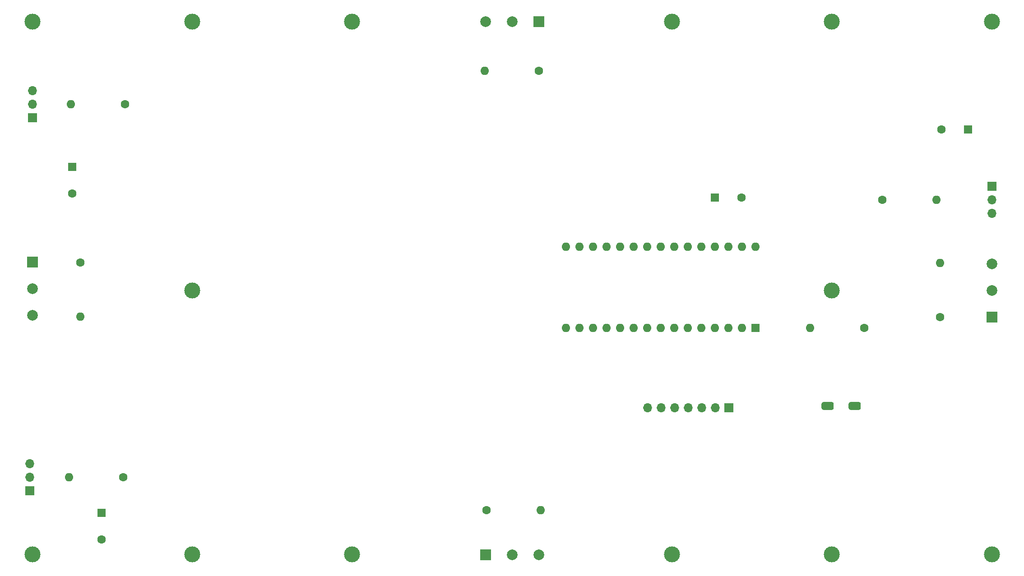
<source format=gbr>
%TF.GenerationSoftware,KiCad,Pcbnew,8.0.3*%
%TF.CreationDate,2024-11-03T11:14:26-05:00*%
%TF.ProjectId,toy,746f792e-6b69-4636-9164-5f7063625858,rev?*%
%TF.SameCoordinates,Original*%
%TF.FileFunction,Soldermask,Bot*%
%TF.FilePolarity,Negative*%
%FSLAX46Y46*%
G04 Gerber Fmt 4.6, Leading zero omitted, Abs format (unit mm)*
G04 Created by KiCad (PCBNEW 8.0.3) date 2024-11-03 11:14:26*
%MOMM*%
%LPD*%
G01*
G04 APERTURE LIST*
G04 Aperture macros list*
%AMRoundRect*
0 Rectangle with rounded corners*
0 $1 Rounding radius*
0 $2 $3 $4 $5 $6 $7 $8 $9 X,Y pos of 4 corners*
0 Add a 4 corners polygon primitive as box body*
4,1,4,$2,$3,$4,$5,$6,$7,$8,$9,$2,$3,0*
0 Add four circle primitives for the rounded corners*
1,1,$1+$1,$2,$3*
1,1,$1+$1,$4,$5*
1,1,$1+$1,$6,$7*
1,1,$1+$1,$8,$9*
0 Add four rect primitives between the rounded corners*
20,1,$1+$1,$2,$3,$4,$5,0*
20,1,$1+$1,$4,$5,$6,$7,0*
20,1,$1+$1,$6,$7,$8,$9,0*
20,1,$1+$1,$8,$9,$2,$3,0*%
G04 Aperture macros list end*
%ADD10C,3.000000*%
%ADD11C,1.600000*%
%ADD12O,1.600000X1.600000*%
%ADD13R,1.600000X1.600000*%
%ADD14R,2.000000X2.000000*%
%ADD15C,2.000000*%
%ADD16R,1.700000X1.700000*%
%ADD17O,1.700000X1.700000*%
%ADD18RoundRect,0.381000X0.762000X0.381000X-0.762000X0.381000X-0.762000X-0.381000X0.762000X-0.381000X0*%
G04 APERTURE END LIST*
D10*
%TO.C,REF\u002A\u002A*%
X76500000Y-41000000D03*
%TD*%
%TO.C,REF\u002A\u002A*%
X196500000Y-41000000D03*
%TD*%
%TO.C,REF\u002A\u002A*%
X196500000Y-141000000D03*
%TD*%
%TO.C,REF\u002A\u002A*%
X76500000Y-141000000D03*
%TD*%
D11*
%TO.C,R8*%
X63910000Y-56500000D03*
D12*
X53750000Y-56500000D03*
%TD*%
%TO.C,R7*%
X53420000Y-126500000D03*
D11*
X63580000Y-126500000D03*
%TD*%
%TO.C,R6*%
X205920000Y-74500000D03*
D12*
X216080000Y-74500000D03*
%TD*%
D13*
%TO.C,C4*%
X222000000Y-61250000D03*
D11*
X217000000Y-61250000D03*
%TD*%
D13*
%TO.C,C3*%
X174500000Y-74000000D03*
D11*
X179500000Y-74000000D03*
%TD*%
D13*
%TO.C,C2*%
X59500000Y-133250000D03*
D11*
X59500000Y-138250000D03*
%TD*%
D13*
%TO.C,C1*%
X54000000Y-68250000D03*
D11*
X54000000Y-73250000D03*
%TD*%
D14*
%TO.C,U4*%
X141500000Y-41000000D03*
D15*
X136500000Y-41000000D03*
X131500000Y-41000000D03*
%TD*%
D10*
%TO.C,REF\u002A\u002A*%
X196500000Y-91500000D03*
%TD*%
D14*
%TO.C,U1*%
X226500000Y-96500000D03*
D15*
X226500000Y-91500000D03*
X226500000Y-86500000D03*
%TD*%
D10*
%TO.C,REF\u002A\u002A*%
X76500000Y-91500000D03*
%TD*%
D16*
%TO.C,J4*%
X46500000Y-59080000D03*
D17*
X46500000Y-56540000D03*
X46500000Y-54000000D03*
%TD*%
D14*
%TO.C,U3*%
X131500000Y-141137500D03*
D15*
X136500000Y-141137500D03*
X141500000Y-141137500D03*
%TD*%
D10*
%TO.C,REF\u002A\u002A*%
X166500000Y-141000000D03*
%TD*%
D16*
%TO.C,J2*%
X226500000Y-71920000D03*
D17*
X226500000Y-74460000D03*
X226500000Y-77000000D03*
%TD*%
D10*
%TO.C,REF\u002A\u002A*%
X106500000Y-141000000D03*
%TD*%
D14*
%TO.C,U2*%
X46500000Y-86137500D03*
D15*
X46500000Y-91137500D03*
X46500000Y-96137500D03*
%TD*%
D10*
%TO.C,REF\u002A\u002A*%
X226500000Y-41000000D03*
%TD*%
%TO.C,REF\u002A\u002A*%
X166500000Y-41000000D03*
%TD*%
D16*
%TO.C,J3*%
X46000000Y-129080000D03*
D17*
X46000000Y-126540000D03*
X46000000Y-124000000D03*
%TD*%
D10*
%TO.C,REF\u002A\u002A*%
X46500000Y-141000000D03*
%TD*%
%TO.C,REF\u002A\u002A*%
X46500000Y-41000000D03*
%TD*%
%TO.C,REF\u002A\u002A*%
X226500000Y-141000000D03*
%TD*%
%TO.C,REF\u002A\u002A*%
X106500000Y-41000000D03*
%TD*%
D13*
%TO.C,A1*%
X182160000Y-98500000D03*
D12*
X179620000Y-98500000D03*
X177080000Y-98500000D03*
X174540000Y-98500000D03*
X172000000Y-98500000D03*
X169460000Y-98500000D03*
X166920000Y-98500000D03*
X164380000Y-98500000D03*
X161840000Y-98500000D03*
X159300000Y-98500000D03*
X156760000Y-98500000D03*
X154220000Y-98500000D03*
X151680000Y-98500000D03*
X149140000Y-98500000D03*
X146600000Y-98500000D03*
X146600000Y-83260000D03*
X149140000Y-83260000D03*
X151680000Y-83260000D03*
X154220000Y-83260000D03*
X156760000Y-83260000D03*
X159300000Y-83260000D03*
X161840000Y-83260000D03*
X164380000Y-83260000D03*
X166920000Y-83260000D03*
X169460000Y-83260000D03*
X172000000Y-83260000D03*
X174540000Y-83260000D03*
X177080000Y-83260000D03*
X179620000Y-83260000D03*
X182160000Y-83260000D03*
%TD*%
D11*
%TO.C,R2*%
X55500000Y-86250000D03*
D12*
X55500000Y-96410000D03*
%TD*%
D11*
%TO.C,R4*%
X141500000Y-50250000D03*
D12*
X131340000Y-50250000D03*
%TD*%
D11*
%TO.C,R3*%
X131670000Y-132750000D03*
D12*
X141830000Y-132750000D03*
%TD*%
D18*
%TO.C,U5*%
X200750000Y-113160000D03*
X195670000Y-113160000D03*
%TD*%
D16*
%TO.C,J1*%
X177200000Y-113500000D03*
D17*
X174660000Y-113500000D03*
X172120000Y-113500000D03*
X169580000Y-113500000D03*
X167040000Y-113500000D03*
X164500000Y-113500000D03*
X161960000Y-113500000D03*
%TD*%
D11*
%TO.C,R1*%
X216750000Y-96500000D03*
D12*
X216750000Y-86340000D03*
%TD*%
D11*
%TO.C,R5*%
X202580000Y-98500000D03*
D12*
X192420000Y-98500000D03*
%TD*%
M02*

</source>
